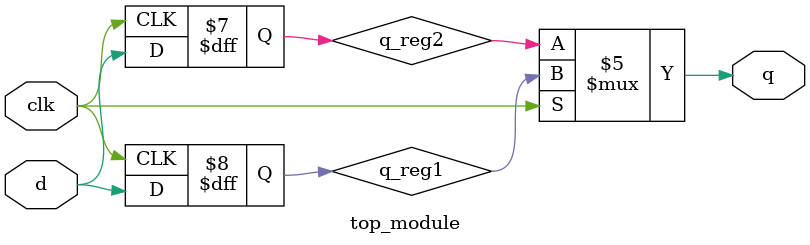
<source format=sv>
module top_module(
    input clk,
    input d,
    output reg q
);

    reg q_reg1, q_reg2;

    // Capture the input data on both clock edges
    always @(posedge clk) begin
        q_reg1 <= d;
    end

    always @(negedge clk) begin
        q_reg2 <= d;
    end

    // Update the output based on the two registered values
    always @(*) begin
        if (clk) begin
            q <= q_reg1;
        end else begin
            q <= q_reg2;
        end
    end

endmodule

</source>
